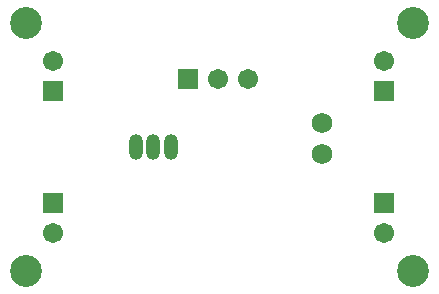
<source format=gbs>
G04*
G04 #@! TF.GenerationSoftware,Altium Limited,Altium Designer,21.0.9 (235)*
G04*
G04 Layer_Color=16711935*
%FSLAX25Y25*%
%MOIN*%
G70*
G04*
G04 #@! TF.SameCoordinates,B967F2C2-E6FC-4E05-9B2A-515C436140DF*
G04*
G04*
G04 #@! TF.FilePolarity,Negative*
G04*
G01*
G75*
%ADD15C,0.10642*%
%ADD16O,0.04737X0.08674*%
%ADD17O,0.04737X0.08674*%
%ADD18R,0.06706X0.06706*%
%ADD19C,0.06706*%
%ADD20R,0.06706X0.06706*%
%ADD21C,0.06800*%
D15*
X105315Y412402D02*
D03*
X234252D02*
D03*
Y495079D02*
D03*
X105315D02*
D03*
D16*
X153543Y453740D02*
D03*
D17*
X147638D02*
D03*
X141732D02*
D03*
D18*
X224410Y435197D02*
D03*
X114173D02*
D03*
X224410Y472441D02*
D03*
X114173Y472284D02*
D03*
D19*
X224410Y425197D02*
D03*
X114173D02*
D03*
X169291Y476378D02*
D03*
X179291D02*
D03*
X224410Y482441D02*
D03*
X114173Y482283D02*
D03*
D20*
X159291Y476378D02*
D03*
D21*
X203740Y451575D02*
D03*
Y461614D02*
D03*
M02*

</source>
